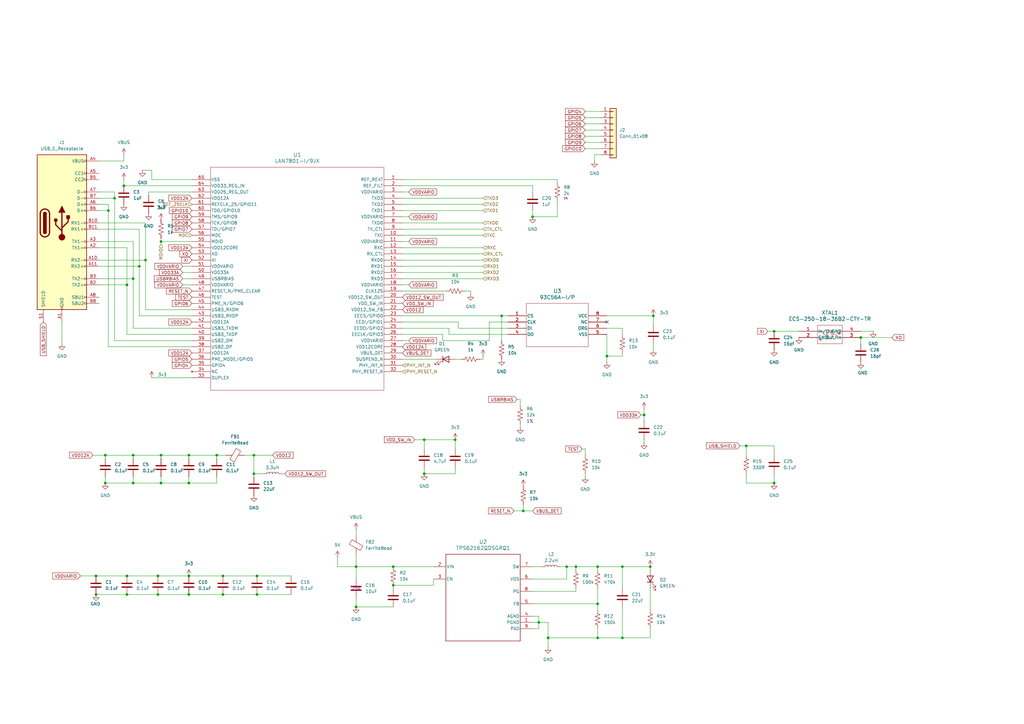
<source format=kicad_sch>
(kicad_sch (version 20231120) (generator "eeschema") (generator_version "8.0")
  (paper "A3")
  (junction (at 104.14 186.69))
  (junction (at 146.05 248.92))
  (junction (at 77.47 243.84))
  (junction (at 173.99 194.31))
  (junction (at 88.9 186.69))
  (junction (at 54.61 186.69))
  (junction (at 77.47 236.22))
  (junction (at 218.44 88.9))
  (junction (at 64.77 243.84))
  (junction (at 220.98 255.27))
  (junction (at 44.45 86.36))
  (junction (at 91.44 243.84))
  (junction (at 236.22 232.41))
  (junction (at 266.7 232.41))
  (junction (at 245.11 261.62))
  (junction (at 54.61 198.12))
  (junction (at 248.92 146.05))
  (junction (at 104.14 194.31))
  (junction (at 161.29 240.03))
  (junction (at 66.04 186.69))
  (junction (at 52.07 236.22))
  (junction (at 43.18 198.12))
  (junction (at 245.11 232.41))
  (junction (at 267.97 129.54))
  (junction (at 43.18 186.69))
  (junction (at 317.5 198.12))
  (junction (at 161.29 232.41))
  (junction (at 59.69 106.68))
  (junction (at 205.74 129.54))
  (junction (at 245.11 247.65))
  (junction (at 224.79 261.62))
  (junction (at 66.04 198.12))
  (junction (at 186.69 180.34))
  (junction (at 57.15 109.22))
  (junction (at 255.27 261.62))
  (junction (at 91.44 236.22))
  (junction (at 64.77 236.22))
  (junction (at 77.47 186.69))
  (junction (at 353.06 138.43))
  (junction (at 54.61 114.3))
  (junction (at 50.8 76.2))
  (junction (at 306.07 182.88))
  (junction (at 39.37 243.84))
  (junction (at 52.07 243.84))
  (junction (at 105.41 243.84))
  (junction (at 214.63 209.55))
  (junction (at 66.04 99.06))
  (junction (at 77.47 198.12))
  (junction (at 317.5 135.89))
  (junction (at 173.99 180.34))
  (junction (at 264.16 170.18))
  (junction (at 232.41 232.41))
  (junction (at 39.37 236.22))
  (junction (at 46.99 81.28))
  (junction (at 105.41 236.22))
  (junction (at 255.27 232.41))
  (junction (at 146.05 232.41))
  (junction (at 52.07 116.84))
  (no_connect (at 248.92 132.08))
  (wire (pts (xy 54.61 99.06) (xy 54.61 114.3)))
  (wire (pts (xy 186.69 194.31) (xy 173.99 194.31)))
  (wire (pts (xy 77.47 236.22) (xy 91.44 236.22)))
  (wire (pts (xy 240.03 53.34) (xy 246.38 53.34)))
  (wire (pts (xy 59.69 106.68) (xy 59.69 127)))
  (wire (pts (xy 66.04 195.58) (xy 66.04 198.12)))
  (wire (pts (xy 303.53 182.88) (xy 306.07 182.88)))
  (wire (pts (xy 78.74 127) (xy 59.69 127)))
  (wire (pts (xy 218.44 255.27) (xy 220.98 255.27)))
  (wire (pts (xy 40.64 81.28) (xy 46.99 81.28)))
  (wire (pts (xy 193.04 119.38) (xy 193.04 120.65)))
  (wire (pts (xy 92.71 186.69) (xy 88.9 186.69)))
  (wire (pts (xy 228.6 82.55) (xy 228.6 88.9)))
  (wire (pts (xy 77.47 195.58) (xy 77.47 198.12)))
  (wire (pts (xy 248.92 146.05) (xy 248.92 148.59)))
  (wire (pts (xy 107.95 194.31) (xy 104.14 194.31)))
  (wire (pts (xy 173.99 180.34) (xy 186.69 180.34)))
  (wire (pts (xy 105.41 236.22) (xy 119.38 236.22)))
  (wire (pts (xy 165.1 76.2) (xy 218.44 76.2)))
  (wire (pts (xy 104.14 186.69) (xy 111.76 186.69)))
  (wire (pts (xy 255.27 232.41) (xy 266.7 232.41)))
  (wire (pts (xy 165.1 119.38) (xy 182.88 119.38)))
  (wire (pts (xy 54.61 198.12) (xy 66.04 198.12)))
  (wire (pts (xy 78.74 137.16) (xy 52.07 137.16)))
  (wire (pts (xy 205.74 139.7) (xy 205.74 129.54)))
  (wire (pts (xy 62.23 154.94) (xy 78.74 154.94)))
  (wire (pts (xy 248.92 137.16) (xy 248.92 146.05)))
  (wire (pts (xy 240.03 194.31) (xy 240.03 195.58)))
  (wire (pts (xy 317.5 135.89) (xy 327.66 135.89)))
  (wire (pts (xy 52.07 116.84) (xy 52.07 137.16)))
  (wire (pts (xy 240.03 50.8) (xy 246.38 50.8)))
  (wire (pts (xy 44.45 142.24) (xy 78.74 142.24)))
  (wire (pts (xy 40.64 116.84) (xy 52.07 116.84)))
  (wire (pts (xy 186.69 184.15) (xy 186.69 180.34)))
  (wire (pts (xy 184.15 137.16) (xy 208.28 137.16)))
  (wire (pts (xy 240.03 55.88) (xy 246.38 55.88)))
  (wire (pts (xy 165.1 91.44) (xy 198.12 91.44)))
  (wire (pts (xy 246.38 63.5) (xy 243.84 63.5)))
  (wire (pts (xy 146.05 232.41) (xy 146.05 227.33)))
  (wire (pts (xy 255.27 232.41) (xy 255.27 241.3)))
  (wire (pts (xy 100.33 186.69) (xy 104.14 186.69)))
  (wire (pts (xy 218.44 232.41) (xy 222.25 232.41)))
  (wire (pts (xy 165.1 111.76) (xy 198.12 111.76)))
  (wire (pts (xy 236.22 232.41) (xy 236.22 233.68)))
  (wire (pts (xy 146.05 217.17) (xy 146.05 219.71)))
  (wire (pts (xy 220.98 252.73) (xy 220.98 255.27)))
  (wire (pts (xy 54.61 186.69) (xy 66.04 186.69)))
  (wire (pts (xy 165.1 81.28) (xy 198.12 81.28)))
  (wire (pts (xy 165.1 134.62) (xy 184.15 134.62)))
  (wire (pts (xy 173.99 180.34) (xy 173.99 184.15)))
  (wire (pts (xy 78.74 134.62) (xy 54.61 134.62)))
  (wire (pts (xy 43.18 198.12) (xy 54.61 198.12)))
  (wire (pts (xy 170.18 180.34) (xy 173.99 180.34)))
  (wire (pts (xy 54.61 114.3) (xy 54.61 134.62)))
  (wire (pts (xy 146.05 248.92) (xy 161.29 248.92)))
  (wire (pts (xy 138.43 228.6) (xy 138.43 232.41)))
  (wire (pts (xy 60.96 78.74) (xy 60.96 80.01)))
  (wire (pts (xy 58.42 69.85) (xy 62.23 69.85)))
  (wire (pts (xy 165.1 96.52) (xy 198.12 96.52)))
  (wire (pts (xy 104.14 186.69) (xy 104.14 194.31)))
  (wire (pts (xy 245.11 247.65) (xy 245.11 250.19)))
  (wire (pts (xy 165.1 114.3) (xy 198.12 114.3)))
  (wire (pts (xy 50.8 73.66) (xy 50.8 76.2)))
  (wire (pts (xy 165.1 93.98) (xy 198.12 93.98)))
  (wire (pts (xy 187.96 134.62) (xy 208.28 134.62)))
  (wire (pts (xy 236.22 242.57) (xy 236.22 241.3)))
  (wire (pts (xy 218.44 252.73) (xy 220.98 252.73)))
  (wire (pts (xy 165.1 101.6) (xy 198.12 101.6)))
  (wire (pts (xy 165.1 139.7) (xy 167.64 139.7)))
  (wire (pts (xy 74.93 114.3) (xy 78.74 114.3)))
  (wire (pts (xy 77.47 243.84) (xy 91.44 243.84)))
  (wire (pts (xy 165.1 137.16) (xy 181.61 137.16)))
  (wire (pts (xy 200.66 139.7) (xy 200.66 132.08)))
  (wire (pts (xy 317.5 198.12) (xy 317.5 194.31)))
  (wire (pts (xy 44.45 86.36) (xy 44.45 142.24)))
  (wire (pts (xy 44.45 83.82) (xy 44.45 86.36)))
  (wire (pts (xy 245.11 232.41) (xy 255.27 232.41)))
  (wire (pts (xy 267.97 140.97) (xy 267.97 143.51)))
  (wire (pts (xy 255.27 261.62) (xy 245.11 261.62)))
  (wire (pts (xy 52.07 236.22) (xy 64.77 236.22)))
  (wire (pts (xy 46.99 78.74) (xy 46.99 81.28)))
  (wire (pts (xy 165.1 129.54) (xy 205.74 129.54)))
  (wire (pts (xy 220.98 255.27) (xy 220.98 257.81)))
  (wire (pts (xy 161.29 240.03) (xy 161.29 241.3)))
  (wire (pts (xy 353.06 138.43) (xy 353.06 140.97)))
  (wire (pts (xy 146.05 232.41) (xy 161.29 232.41)))
  (wire (pts (xy 46.99 81.28) (xy 46.99 139.7)))
  (wire (pts (xy 306.07 198.12) (xy 317.5 198.12)))
  (wire (pts (xy 186.69 191.77) (xy 186.69 194.31)))
  (wire (pts (xy 262.89 170.18) (xy 264.16 170.18)))
  (wire (pts (xy 218.44 88.9) (xy 218.44 86.36)))
  (wire (pts (xy 228.6 88.9) (xy 218.44 88.9)))
  (wire (pts (xy 165.1 86.36) (xy 198.12 86.36)))
  (wire (pts (xy 165.1 73.66) (xy 228.6 73.66)))
  (wire (pts (xy 187.96 132.08) (xy 187.96 134.62)))
  (wire (pts (xy 317.5 182.88) (xy 306.07 182.88)))
  (wire (pts (xy 165.1 83.82) (xy 198.12 83.82)))
  (wire (pts (xy 240.03 45.72) (xy 246.38 45.72)))
  (wire (pts (xy 243.84 63.5) (xy 243.84 66.04)))
  (wire (pts (xy 115.57 194.31) (xy 116.84 194.31)))
  (wire (pts (xy 40.64 86.36) (xy 44.45 86.36)))
  (wire (pts (xy 177.8 237.49) (xy 177.8 240.03)))
  (wire (pts (xy 212.09 163.83) (xy 213.36 163.83)))
  (wire (pts (xy 190.5 119.38) (xy 193.04 119.38)))
  (wire (pts (xy 317.5 186.69) (xy 317.5 182.88)))
  (wire (pts (xy 184.15 134.62) (xy 184.15 137.16)))
  (wire (pts (xy 165.1 104.14) (xy 198.12 104.14)))
  (wire (pts (xy 25.4 132.08) (xy 25.4 140.97)))
  (wire (pts (xy 165.1 88.9) (xy 167.64 88.9)))
  (wire (pts (xy 214.63 209.55) (xy 218.44 209.55)))
  (wire (pts (xy 88.9 186.69) (xy 88.9 187.96)))
  (wire (pts (xy 165.1 99.06) (xy 167.64 99.06)))
  (wire (pts (xy 306.07 194.31) (xy 306.07 198.12)))
  (wire (pts (xy 267.97 129.54) (xy 267.97 133.35)))
  (wire (pts (xy 248.92 146.05) (xy 255.27 146.05)))
  (wire (pts (xy 88.9 195.58) (xy 88.9 198.12)))
  (wire (pts (xy 353.06 138.43) (xy 365.76 138.43)))
  (wire (pts (xy 40.64 91.44) (xy 59.69 91.44)))
  (wire (pts (xy 266.7 257.81) (xy 266.7 261.62)))
  (wire (pts (xy 213.36 163.83) (xy 213.36 166.37)))
  (wire (pts (xy 218.44 257.81) (xy 220.98 257.81)))
  (wire (pts (xy 54.61 195.58) (xy 54.61 198.12)))
  (wire (pts (xy 186.69 147.32) (xy 189.23 147.32)))
  (wire (pts (xy 266.7 261.62) (xy 255.27 261.62)))
  (wire (pts (xy 240.03 60.96) (xy 246.38 60.96)))
  (wire (pts (xy 39.37 243.84) (xy 52.07 243.84)))
  (wire (pts (xy 314.96 135.89) (xy 317.5 135.89)))
  (wire (pts (xy 78.74 78.74) (xy 60.96 78.74)))
  (wire (pts (xy 104.14 194.31) (xy 104.14 195.58)))
  (wire (pts (xy 57.15 109.22) (xy 57.15 129.54)))
  (wire (pts (xy 245.11 261.62) (xy 224.79 261.62)))
  (wire (pts (xy 66.04 99.06) (xy 66.04 97.79)))
  (wire (pts (xy 66.04 186.69) (xy 77.47 186.69)))
  (wire (pts (xy 240.03 184.15) (xy 240.03 186.69)))
  (wire (pts (xy 40.64 114.3) (xy 54.61 114.3)))
  (wire (pts (xy 78.74 99.06) (xy 66.04 99.06)))
  (wire (pts (xy 33.02 236.22) (xy 39.37 236.22)))
  (wire (pts (xy 264.16 170.18) (xy 264.16 172.72)))
  (wire (pts (xy 232.41 237.49) (xy 232.41 232.41)))
  (wire (pts (xy 50.8 66.04) (xy 50.8 63.5)))
  (wire (pts (xy 74.93 116.84) (xy 78.74 116.84)))
  (wire (pts (xy 238.76 184.15) (xy 240.03 184.15)))
  (wire (pts (xy 248.92 134.62) (xy 255.27 134.62)))
  (wire (pts (xy 224.79 261.62) (xy 224.79 255.27)))
  (wire (pts (xy 74.93 111.76) (xy 78.74 111.76)))
  (wire (pts (xy 173.99 191.77) (xy 173.99 194.31)))
  (wire (pts (xy 74.93 109.22) (xy 78.74 109.22)))
  (wire (pts (xy 214.63 209.55) (xy 214.63 207.01)))
  (wire (pts (xy 40.64 101.6) (xy 52.07 101.6)))
  (wire (pts (xy 205.74 129.54) (xy 208.28 129.54)))
  (wire (pts (xy 138.43 232.41) (xy 146.05 232.41)))
  (wire (pts (xy 196.85 147.32) (xy 198.12 147.32)))
  (wire (pts (xy 66.04 186.69) (xy 66.04 187.96)))
  (wire (pts (xy 240.03 58.42) (xy 246.38 58.42)))
  (wire (pts (xy 177.8 240.03) (xy 161.29 240.03)))
  (wire (pts (xy 228.6 73.66) (xy 228.6 74.93)))
  (wire (pts (xy 77.47 186.69) (xy 88.9 186.69)))
  (wire (pts (xy 229.87 232.41) (xy 232.41 232.41)))
  (wire (pts (xy 240.03 48.26) (xy 246.38 48.26)))
  (wire (pts (xy 146.05 245.11) (xy 146.05 248.92)))
  (wire (pts (xy 236.22 232.41) (xy 245.11 232.41)))
  (wire (pts (xy 54.61 99.06) (xy 40.64 99.06)))
  (wire (pts (xy 224.79 265.43) (xy 224.79 261.62)))
  (wire (pts (xy 224.79 255.27) (xy 220.98 255.27)))
  (wire (pts (xy 165.1 78.74) (xy 167.64 78.74)))
  (wire (pts (xy 218.44 237.49) (xy 232.41 237.49)))
  (wire (pts (xy 91.44 236.22) (xy 105.41 236.22)))
  (wire (pts (xy 38.1 186.69) (xy 43.18 186.69)))
  (wire (pts (xy 40.64 106.68) (xy 59.69 106.68)))
  (wire (pts (xy 245.11 257.81) (xy 245.11 261.62)))
  (wire (pts (xy 200.66 132.08) (xy 208.28 132.08)))
  (wire (pts (xy 78.74 129.54) (xy 57.15 129.54)))
  (wire (pts (xy 50.8 76.2) (xy 78.74 76.2)))
  (wire (pts (xy 146.05 232.41) (xy 146.05 237.49)))
  (wire (pts (xy 353.06 135.89) (xy 358.14 135.89)))
  (wire (pts (xy 39.37 236.22) (xy 52.07 236.22)))
  (wire (pts (xy 264.16 167.64) (xy 264.16 170.18)))
  (wire (pts (xy 210.82 209.55) (xy 214.63 209.55)))
  (wire (pts (xy 52.07 243.84) (xy 64.77 243.84)))
  (wire (pts (xy 59.69 91.44) (xy 59.69 106.68)))
  (wire (pts (xy 91.44 243.84) (xy 105.41 243.84)))
  (wire (pts (xy 165.1 147.32) (xy 179.07 147.32)))
  (wire (pts (xy 64.77 243.84) (xy 77.47 243.84)))
  (wire (pts (xy 77.47 186.69) (xy 77.47 187.96)))
  (wire (pts (xy 218.44 242.57) (xy 236.22 242.57)))
  (wire (pts (xy 40.64 83.82) (xy 44.45 83.82)))
  (wire (pts (xy 181.61 137.16) (xy 181.61 139.7)))
  (wire (pts (xy 245.11 241.3) (xy 245.11 247.65)))
  (wire (pts (xy 52.07 101.6) (xy 52.07 116.84)))
  (wire (pts (xy 54.61 186.69) (xy 54.61 187.96)))
  (wire (pts (xy 64.77 236.22) (xy 77.47 236.22)))
  (wire (pts (xy 165.1 132.08) (xy 187.96 132.08)))
  (wire (pts (xy 255.27 248.92) (xy 255.27 261.62)))
  (wire (pts (xy 77.47 198.12) (xy 88.9 198.12)))
  (wire (pts (xy 40.64 93.98) (xy 57.15 93.98)))
  (wire (pts (xy 43.18 195.58) (xy 43.18 198.12)))
  (wire (pts (xy 232.41 232.41) (xy 236.22 232.41)))
  (wire (pts (xy 165.1 116.84) (xy 167.64 116.84)))
  (wire (pts (xy 266.7 241.3) (xy 266.7 250.19)))
  (wire (pts (xy 245.11 232.41) (xy 245.11 233.68)))
  (wire (pts (xy 165.1 106.68) (xy 198.12 106.68)))
  (wire (pts (xy 161.29 232.41) (xy 177.8 232.41)))
  (wire (pts (xy 218.44 76.2) (xy 218.44 78.74)))
  (wire (pts (xy 165.1 109.22) (xy 198.12 109.22)))
  (wire (pts (xy 306.07 182.88) (xy 306.07 186.69)))
  (wire (pts (xy 264.16 180.34) (xy 264.16 181.61)))
  (wire (pts (xy 46.99 139.7) (xy 78.74 139.7)))
  (wire (pts (xy 248.92 129.54) (xy 267.97 129.54)))
  (wire (pts (xy 266.7 232.41) (xy 266.7 233.68)))
  (wire (pts (xy 105.41 243.84) (xy 119.38 243.84)))
  (wire (pts (xy 57.15 93.98) (xy 57.15 109.22)))
  (wire (pts (xy 62.23 73.66) (xy 78.74 73.66)))
  (wire (pts (xy 43.18 186.69) (xy 54.61 186.69)))
  (wire (pts (xy 181.61 139.7) (xy 200.66 139.7)))
  (wire (pts (xy 43.18 186.69) (xy 43.18 187.96)))
  (wire (pts (xy 40.64 78.74) (xy 46.99 78.74)))
  (wire (pts (xy 66.04 198.12) (xy 77.47 198.12)))
  (wire (pts (xy 62.23 69.85) (xy 62.23 73.66)))
  (wire (pts (xy 40.64 66.04) (xy 50.8 66.04)))
  (wire (pts (xy 218.44 247.65) (xy 245.11 247.65)))
  (wire (pts (xy 198.12 147.32) (xy 198.12 146.05)))
  (wire (pts (xy 213.36 173.99) (xy 213.36 175.26)))
  (wire (pts (xy 66.04 99.06) (xy 66.04 100.33)))
  (wire (pts (xy 255.27 144.78) (xy 255.27 146.05)))
  (wire (pts (xy 40.64 109.22) (xy 57.15 109.22)))
  (wire (pts (xy 255.27 134.62) (xy 255.27 137.16)))
  (global_label "VBUS_DET" (shape input) (at 218.44 209.55 0) (property "Intersheetrefs" "${INTERSHEET_REFS}" (effects (hide yes))))
  (global_label "VDDVARIO" (shape input) (at 33.02 236.22 180) (property "Intersheetrefs" "${INTERSHEET_REFS}" (effects (hide yes))))
  (global_label "XI" (shape input) (at 314.96 135.89 180) (property "Intersheetrefs" "${INTERSHEET_REFS}" (effects (hide yes))))
  (global_label "VDD12A" (shape input) (at 78.74 81.28 180) (property "Intersheetrefs" "${INTERSHEET_REFS}" (effects (hide yes))))
  (global_label "VDD12A" (shape input) (at 165.1 142.24 0) (property "Intersheetrefs" "${INTERSHEET_REFS}" (effects (hide yes))))
  (global_label "GPIO10" (shape input) (at 78.74 86.36 180) (property "Intersheetrefs" "${INTERSHEET_REFS}" (effects (hide yes))))
  (global_label "TEST" (shape input) (at 78.74 121.92 180) (property "Intersheetrefs" "${INTERSHEET_REFS}" (effects (hide yes))))
  (global_label "USB_SHIELD" (shape input) (at 17.78 132.08 270) (property "Intersheetrefs" "${INTERSHEET_REFS}" (effects (hide yes))))
  (global_label "XI" (shape input) (at 78.74 106.68 180) (property "Intersheetrefs" "${INTERSHEET_REFS}" (effects (hide yes))))
  (global_label "GPIO8" (shape input) (at 78.74 91.44 180) (property "Intersheetrefs" "${INTERSHEET_REFS}" (effects (hide yes))))
  (global_label "VDD33A" (shape input) (at 74.93 111.76 180) (property "Intersheetrefs" "${INTERSHEET_REFS}" (effects (hide yes))))
  (global_label "VDDVARIO" (shape input) (at 74.93 116.84 180) (property "Intersheetrefs" "${INTERSHEET_REFS}" (effects (hide yes))))
  (global_label "VDDVARIO" (shape input) (at 167.64 139.7 0) (property "Intersheetrefs" "${INTERSHEET_REFS}" (effects (hide yes))))
  (global_label "GPIO5" (shape input) (at 240.03 48.26 180) (property "Intersheetrefs" "${INTERSHEET_REFS}" (effects (hide yes))))
  (global_label "RESET_N" (shape input) (at 210.82 209.55 180) (property "Intersheetrefs" "${INTERSHEET_REFS}" (effects (hide yes))))
  (global_label "VDDVARIO" (shape input) (at 167.64 116.84 0) (property "Intersheetrefs" "${INTERSHEET_REFS}" (effects (hide yes))))
  (global_label "VDD12" (shape input) (at 111.76 186.69 0) (property "Intersheetrefs" "${INTERSHEET_REFS}" (effects (hide yes))))
  (global_label "USB_SHIELD" (shape input) (at 303.53 182.88 180) (property "Intersheetrefs" "${INTERSHEET_REFS}" (effects (hide yes))))
  (global_label "VDD12" (shape input) (at 165.1 127 0) (property "Intersheetrefs" "${INTERSHEET_REFS}" (effects (hide yes))))
  (global_label "GPIO4" (shape input) (at 240.03 45.72 180) (property "Intersheetrefs" "${INTERSHEET_REFS}" (effects (hide yes))))
  (global_label "VDD_SW_IN" (shape input) (at 170.18 180.34 180) (property "Intersheetrefs" "${INTERSHEET_REFS}" (effects (hide yes))))
  (global_label "XO" (shape input) (at 365.76 138.43 0) (property "Intersheetrefs" "${INTERSHEET_REFS}" (effects (hide yes))))
  (global_label "VDD12_SW_OUT" (shape input) (at 165.1 121.92 0) (property "Intersheetrefs" "${INTERSHEET_REFS}" (effects (hide yes))))
  (global_label "GPIO10" (shape input) (at 240.03 60.96 180) (property "Intersheetrefs" "${INTERSHEET_REFS}" (effects (hide yes))))
  (global_label "GPIO6" (shape input) (at 78.74 124.46 180) (property "Intersheetrefs" "${INTERSHEET_REFS}" (effects (hide yes))))
  (global_label "GPIO7" (shape input) (at 78.74 93.98 180) (property "Intersheetrefs" "${INTERSHEET_REFS}" (effects (hide yes))))
  (global_label "GPIO6" (shape input) (at 240.03 50.8 180) (property "Intersheetrefs" "${INTERSHEET_REFS}" (effects (hide yes))))
  (global_label "VDD12A" (shape input) (at 78.74 101.6 180) (property "Intersheetrefs" "${INTERSHEET_REFS}" (effects (hide yes))))
  (global_label "TEST" (shape input) (at 238.76 184.15 180) (property "Intersheetrefs" "${INTERSHEET_REFS}" (effects (hide yes))))
  (global_label "VDD33A" (shape input) (at 262.89 170.18 180) (property "Intersheetrefs" "${INTERSHEET_REFS}" (effects (hide yes))))
  (global_label "GPIO9" (shape input) (at 78.74 88.9 180) (property "Intersheetrefs" "${INTERSHEET_REFS}" (effects (hide yes))))
  (global_label "VDD12A" (shape input) (at 78.74 132.08 180) (property "Intersheetrefs" "${INTERSHEET_REFS}" (effects (hide yes))))
  (global_label "VDDVARIO" (shape input) (at 74.93 109.22 180) (property "Intersheetrefs" "${INTERSHEET_REFS}" (effects (hide yes))))
  (global_label "VDD_SW_IN" (shape input) (at 165.1 124.46 0) (property "Intersheetrefs" "${INTERSHEET_REFS}" (effects (hide yes))))
  (global_label "USBRBIAS" (shape input) (at 74.93 114.3 180) (property "Intersheetrefs" "${INTERSHEET_REFS}" (effects (hide yes))))
  (global_label "GPIO7" (shape input) (at 240.03 53.34 180) (property "Intersheetrefs" "${INTERSHEET_REFS}" (effects (hide yes))))
  (global_label "GPIO8" (shape input) (at 240.03 55.88 180) (property "Intersheetrefs" "${INTERSHEET_REFS}" (effects (hide yes))))
  (global_label "GPIO5" (shape input) (at 78.74 147.32 180) (property "Intersheetrefs" "${INTERSHEET_REFS}" (effects (hide yes))))
  (global_label "VDDVARIO" (shape input) (at 167.64 99.06 0) (property "Intersheetrefs" "${INTERSHEET_REFS}" (effects (hide yes))))
  (global_label "VBUS_DET" (shape input) (at 165.1 144.78 0) (property "Intersheetrefs" "${INTERSHEET_REFS}" (effects (hide yes))))
  (global_label "VDD12_SW_OUT" (shape input) (at 116.84 194.31 0) (property "Intersheetrefs" "${INTERSHEET_REFS}" (effects (hide yes))))
  (global_label "VDD12A" (shape input) (at 38.1 186.69 180) (property "Intersheetrefs" "${INTERSHEET_REFS}" (effects (hide yes))))
  (global_label "VDDVARIO" (shape input) (at 167.64 78.74 0) (property "Intersheetrefs" "${INTERSHEET_REFS}" (effects (hide yes))))
  (global_label "RESET_N" (shape input) (at 78.74 119.38 180) (property "Intersheetrefs" "${INTERSHEET_REFS}" (effects (hide yes))))
  (global_label "GPIO9" (shape input) (at 240.03 58.42 180) (property "Intersheetrefs" "${INTERSHEET_REFS}" (effects (hide yes))))
  (global_label "VDDVARIO" (shape input) (at 167.64 88.9 0) (property "Intersheetrefs" "${INTERSHEET_REFS}" (effects (hide yes))))
  (global_label "VDD12A" (shape input) (at 78.74 144.78 180) (property "Intersheetrefs" "${INTERSHEET_REFS}" (effects (hide yes))))
  (global_label "USBRBIAS" (shape input) (at 212.09 163.83 180) (property "Intersheetrefs" "${INTERSHEET_REFS}" (effects (hide yes))))
  (global_label "XO" (shape input) (at 78.74 104.14 180) (property "Intersheetrefs" "${INTERSHEET_REFS}" (effects (hide yes))))
  (global_label "GPIO4" (shape input) (at 78.74 149.86 180) (property "Intersheetrefs" "${INTERSHEET_REFS}" (effects (hide yes))))
  (hierarchical_label "TX_CTL" (shape input) (at 198.12 93.98 0))
  (hierarchical_label "RXD1" (shape input) (at 198.12 109.22 0))
  (hierarchical_label "MDC" (shape input) (at 78.74 96.52 180))
  (hierarchical_label "TXD3" (shape input) (at 198.12 81.28 0))
  (hierarchical_label "TXD1" (shape input) (at 198.12 86.36 0))
  (hierarchical_label "TXD0" (shape input) (at 198.12 91.44 0))
  (hierarchical_label "TXC" (shape input) (at 198.12 96.52 0))
  (hierarchical_label "PHY_INT_N" (shape input) (at 165.1 149.86 0))
  (hierarchical_label "RXD0" (shape input) (at 198.12 106.68 0))
  (hierarchical_label "RXD3" (shape input) (at 198.12 114.3 0))
  (hierarchical_label "PHY_RESET_N" (shape input) (at 165.1 152.4 0))
  (hierarchical_label "RXD2" (shape input) (at 198.12 111.76 0))
  (hierarchical_label "MDIO" (shape input) (at 66.04 100.33 270))
  (hierarchical_label "REF_25CLK" (shape input) (at 78.74 83.82 180))
  (hierarchical_label "RX_CTL" (shape input) (at 198.12 104.14 0))
  (hierarchical_label "TXD2" (shape input) (at 198.12 83.82 0))
  (hierarchical_label "RXC" (shape input) (at 198.12 101.6 0))
  (symbol (lib_id "power:GND") (at 25.4 140.97 0) (unit 1)
    (property "Reference" "#PWR01" (effects (hide yes)))
    (property "Value" "GND" (at 25.4 146.05 0))
    (property "Description" "Power symbol creates a global label with name \"GND\" , ground" (effects (hide yes)))
  )
  (symbol (lib_id "Connector_Generic:Conn_01x08") (at 251.46 53.34 0) (unit 1)
    (property "Reference" "J2" (at 254 53.3399 0) (effects (justify left)))
    (property "Value" "Conn_01x08" (at 254 55.8799 0) (effects (justify left)))
    (property "Footprint" "Connector_PinHeader_2.00mm:PinHeader_1x08_P2.00mm_Horizontal" (effects (hide yes)))
    (property "Description" "Generic connector, single row, 01x08, script generated (kicad-library-utils/schlib/autogen/connector/)" (effects (hide yes)))
  )
  (symbol (lib_id "Device:C") (at 52.07 240.03 0) (unit 1)
    (property "Reference" "C4" (at 55.88 238.7599 0) (effects (justify left)))
    (property "Value" "0.1uF" (at 55.88 241.2999 0) (effects (justify left)))
    (property "Footprint" "Capacitor_SMD:C_0201_0603Metric" (effects (hide yes)))
    (property "Description" "Unpolarized capacitor" (effects (hide yes)))
  )
  (symbol (lib_id "Device:L") (at 111.76 194.31 90) (unit 1)
    (property "Reference" "L1" (at 111.76 189.23 90))
    (property "Value" "3.3uH" (at 111.76 191.77 90))
    (property "Footprint" "Inductor_SMD_Wurth:L_Wurth_WE-LQSH-3012" (effects (hide yes)))
    (property "Description" "Inductor" (effects (hide yes)))
  )
  (symbol (lib_id "Device:R_US") (at 205.74 143.51 180) (unit 1)
    (property "Reference" "R5" (at 208.28 142.2399 0) (effects (justify right)))
    (property "Value" "10k" (at 208.28 144.7799 0) (effects (justify right)))
    (property "Footprint" "Resistor_SMD:R_0805_2012Metric" (effects (hide yes)))
    (property "Description" "Resistor, US symbol" (effects (hide yes)))
  )
  (symbol (lib_id "Device:C") (at 60.96 83.82 0) (unit 1)
    (property "Reference" "C6" (at 64.77 82.5499 0) (effects (justify left)))
    (property "Value" "1uF" (at 64.77 85.0899 0) (effects (justify left)))
    (property "Footprint" "Capacitor_SMD:C_0201_0603Metric" (effects (hide yes)))
    (property "Description" "Unpolarized capacitor" (effects (hide yes)))
  )
  (symbol (lib_id "power:VPP") (at 264.16 167.64 0) (unit 1)
    (property "Reference" "#PWR028" (effects (hide yes)))
    (property "Value" "3v3" (at 264.16 162.56 0))
    (property "Description" "Power symbol creates a global label with name \"VPP\"" (effects (hide yes)))
  )
  (symbol (lib_id "Device:C") (at 64.77 240.03 0) (unit 1)
    (property "Reference" "C7" (at 68.58 238.7599 0) (effects (justify left)))
    (property "Value" "0.1uF" (at 68.58 241.2999 0) (effects (justify left)))
    (property "Footprint" "Capacitor_SMD:C_0201_0603Metric" (effects (hide yes)))
    (property "Description" "Unpolarized capacitor" (effects (hide yes)))
  )
  (symbol (lib_id "Device:LED") (at 182.88 147.32 0) (unit 1)
    (property "Reference" "D1" (at 181.2925 140.97 0))
    (property "Value" "GREEN" (at 181.2925 143.51 0))
    (property "Footprint" "LED_SMD:LED_0603_1608Metric" (effects (hide yes)))
    (property "Description" "Light emitting diode" (effects (hide yes)))
  )
  (symbol (lib_id "Capstone_Synbols:ECS-250-18-36B2-CTY-TR") (at 327.66 135.89 0) (unit 1)
    (property "Reference" "XTAL1" (at 340.36 128.27 0) (effects (font (size 1.524 1.524))))
    (property "Value" "ECS-250-18-36B2-CTY-TR" (at 340.36 130.81 0) (effects (font (size 1.524 1.524))))
    (property "Footprint" "Capstone_Footprints:ECX-2236B2_ECS" (effects (hide yes)))
    (property "Datasheet" "ECS-250-18-36B2-CTY-TR" (effects (hide yes)))
  )
  (symbol (lib_id "Device:R_US") (at 240.03 190.5 180) (unit 1)
    (property "Reference" "R10" (at 242.57 189.2299 0) (effects (justify right)))
    (property "Value" "10k" (at 242.57 191.7699 0) (effects (justify right)))
    (property "Footprint" "Resistor_SMD:R_0805_2012Metric" (effects (hide yes)))
    (property "Description" "Resistor, US symbol" (effects (hide yes)))
  )
  (symbol (lib_id "Device:C") (at 54.61 191.77 0) (unit 1)
    (property "Reference" "C5" (at 58.42 190.4999 0) (effects (justify left)))
    (property "Value" "0.1uF" (at 58.42 193.0399 0) (effects (justify left)))
    (property "Footprint" "Capacitor_SMD:C_0201_0603Metric" (effects (hide yes)))
    (property "Description" "Unpolarized capacitor" (effects (hide yes)))
  )
  (symbol (lib_id "Device:C") (at 104.14 199.39 0) (unit 1)
    (property "Reference" "C13" (at 107.95 198.1199 0) (effects (justify left)))
    (property "Value" "22uF" (at 107.95 200.6599 0) (effects (justify left)))
    (property "Footprint" "Capacitor_SMD:C_0201_0603Metric" (effects (hide yes)))
    (property "Description" "Unpolarized capacitor" (effects (hide yes)))
  )
  (symbol (lib_id "power:VPP") (at 138.43 228.6 0) (unit 1)
    (property "Reference" "#PWR013" (effects (hide yes)))
    (property "Value" "5V" (at 138.43 223.52 0))
    (property "Description" "Power symbol creates a global label with name \"VPP\"" (effects (hide yes)))
  )
  (symbol (lib_id "power:GND") (at 317.5 143.51 0) (unit 1)
    (property "Reference" "#PWR033" (effects (hide yes)))
    (property "Value" "GND" (at 317.5 148.59 0))
    (property "Description" "Power symbol creates a global label with name \"GND\" , ground" (effects (hide yes)))
  )
  (symbol (lib_id "power:GND") (at 50.8 83.82 0) (unit 1)
    (property "Reference" "#PWR06" (effects (hide yes)))
    (property "Value" "GND" (at 50.8 88.9 0))
    (property "Description" "Power symbol creates a global label with name \"GND\" , ground" (effects (hide yes)))
  )
  (symbol (lib_id "power:GND") (at 327.66 138.43 0) (unit 1)
    (property "Reference" "#PWR035" (effects (hide yes)))
    (property "Value" "GND" (at 327.66 143.51 0))
    (property "Description" "Power symbol creates a global label with name \"GND\" , ground" (effects (hide yes)))
  )
  (symbol (lib_id "Device:R_US") (at 214.63 203.2 180) (unit 1)
    (property "Reference" "R7" (at 217.17 201.9299 0) (effects (justify right)))
    (property "Value" "10k" (at 217.17 204.4699 0) (effects (justify right)))
    (property "Footprint" "Resistor_SMD:R_0805_2012Metric" (effects (hide yes)))
    (property "Description" "Resistor, US symbol" (effects (hide yes)))
  )
  (symbol (lib_id "Capstone_Synbols:TPS62162QDSGRQ1") (at 198.12 245.11 0) (unit 1)
    (property "Reference" "U2" (at 198.12 222.25 0) (effects (font (size 1.524 1.524))))
    (property "Value" "TPS62162QDSGRQ1" (at 198.12 224.79 0) (effects (font (size 1.524 1.524))))
    (property "Footprint" "Capstone_Footprints:DSG0008A" (effects (hide yes)))
    (property "Datasheet" "TPS62162QDSGRQ1" (effects (hide yes)))
  )
  (symbol (lib_id "power:VPP") (at 62.23 154.94 0) (unit 1)
    (property "Reference" "#PWR09" (effects (hide yes)))
    (property "Value" "3v3" (at 64.77 153.6699 0) (effects (justify left)))
    (property "Description" "Power symbol creates a global label with name \"VPP\"" (effects (hide yes)))
  )
  (symbol (lib_id "power:GND") (at 60.96 87.63 0) (unit 1)
    (property "Reference" "#PWR08" (effects (hide yes)))
    (property "Value" "GND" (at 60.96 92.71 0))
    (property "Description" "Power symbol creates a global label with name \"GND\" , ground" (effects (hide yes)))
  )
  (symbol (lib_id "Device:C") (at 88.9 191.77 0) (unit 1)
    (property "Reference" "C11" (at 92.71 190.4999 0) (effects (justify left)))
    (property "Value" "0.1uF" (at 92.71 193.0399 0) (effects (justify left)))
    (property "Footprint" "Capacitor_SMD:C_0201_0603Metric" (effects (hide yes)))
    (property "Description" "Unpolarized capacitor" (effects (hide yes)))
  )
  (symbol (lib_id "power:GND") (at 267.97 143.51 0) (unit 1)
    (property "Reference" "#PWR032" (effects (hide yes)))
    (property "Value" "GND" (at 267.97 148.59 0))
    (property "Description" "Power symbol creates a global label with name \"GND\" , ground" (effects (hide yes)))
  )
  (symbol (lib_id "Device:R_US") (at 213.36 170.18 180) (unit 1)
    (property "Reference" "R6" (at 215.9 167.6399 0) (effects (justify right)))
    (property "Value" "12k" (at 215.9 170.1799 0) (effects (justify right)))
    (property "Footprint" "Resistor_SMD:R_0402_1005Metric" (effects (hide yes)))
    (property "Description" "Resistor, US symbol" (effects (hide yes)))
    (property "tolerance" "1%" (at 215.9 172.7199 0) (effects (justify right)))
  )
  (symbol (lib_id "Connector:USB_C_Receptacle") (at 25.4 91.44 0) (unit 1)
    (property "Reference" "J1" (at 25.4 58.42 0))
    (property "Value" "USB_C_Receptacle" (at 25.4 60.96 0))
    (property "Footprint" "Connector_USB:USB3_A_Plug_Wuerth_692112030100_Horizontal" (effects (hide yes)))
    (property "Datasheet" "https://www.usb.org/sites/default/files/documents/usb_type-c.zip" (effects (hide yes)))
    (property "Description" "USB Full-Featured Type-C Receptacle connector" (effects (hide yes)))
  )
  (symbol (lib_id "power:VPP") (at 66.04 90.17 0) (unit 1)
    (property "Reference" "#PWR010" (effects (hide yes)))
    (property "Value" "3v3" (at 66.04 85.09 0))
    (property "Description" "Power symbol creates a global label with name \"VPP\"" (effects (hide yes)))
  )
  (symbol (lib_id "power:GND") (at 264.16 181.61 0) (unit 1)
    (property "Reference" "#PWR029" (effects (hide yes)))
    (property "Value" "GND" (at 264.16 186.69 0))
    (property "Description" "Power symbol creates a global label with name \"GND\" , ground" (effects (hide yes)))
  )
  (symbol (lib_id "power:VPP") (at 267.97 129.54 0) (unit 1)
    (property "Reference" "#PWR031" (effects (hide yes)))
    (property "Value" "3v3" (at 270.51 128.2699 0) (effects (justify left)))
    (property "Description" "Power symbol creates a global label with name \"VPP\"" (effects (hide yes)))
  )
  (symbol (lib_id "Device:R_US") (at 306.07 190.5 180) (unit 1)
    (property "Reference" "R15" (at 308.61 189.2299 0) (effects (justify right)))
    (property "Value" "330R" (at 308.61 191.7699 0) (effects (justify right)))
    (property "Footprint" "Resistor_SMD:R_0805_2012Metric" (effects (hide yes)))
    (property "Description" "Resistor, US symbol" (effects (hide yes)))
  )
  (symbol (lib_id "Device:C") (at 255.27 245.11 0) (unit 1)
    (property "Reference" "C21" (at 259.08 243.8399 0) (effects (justify left)))
    (property "Value" "22uF" (at 259.08 246.3799 0) (effects (justify left)))
    (property "Footprint" "Capacitor_SMD:C_0201_0603Metric" (effects (hide yes)))
    (property "Description" "Unpolarized capacitor" (effects (hide yes)))
  )
  (symbol (lib_id "Device:C") (at 105.41 240.03 0) (unit 1)
    (property "Reference" "C14" (at 109.22 238.7599 0) (effects (justify left)))
    (property "Value" "0.1uF" (at 109.22 241.2999 0) (effects (justify left)))
    (property "Footprint" "Capacitor_SMD:C_0201_0603Metric" (effects (hide yes)))
    (property "Description" "Unpolarized capacitor" (effects (hide yes)))
  )
  (symbol (lib_id "power:GND") (at 243.84 66.04 0) (unit 1)
    (property "Reference" "#PWR026" (effects (hide yes)))
    (property "Value" "GND" (at 243.84 71.12 0))
    (property "Description" "Power symbol creates a global label with name \"GND\" , ground" (effects (hide yes)))
  )
  (symbol (lib_id "Device:C") (at 77.47 240.03 0) (unit 1)
    (property "Reference" "C10" (at 81.28 238.7599 0) (effects (justify left)))
    (property "Value" "0.1uF" (at 81.28 241.2999 0) (effects (justify left)))
    (property "Footprint" "Capacitor_SMD:C_0201_0603Metric" (effects (hide yes)))
    (property "Description" "Unpolarized capacitor" (effects (hide yes)))
  )
  (symbol (lib_id "Device:FerriteBead") (at 146.05 223.52 180) (unit 1)
    (property "Reference" "FB2" (at 149.86 222.3007 0) (effects (justify right)))
    (property "Value" "FerriteBead" (at 149.86 224.8407 0) (effects (justify right)))
    (property "Footprint" "Capstone_Footprints:BEADC1608X95N" (effects (hide yes)))
    (property "Description" "Ferrite bead" (effects (hide yes)))
  )
  (symbol (lib_id "Device:R_US") (at 161.29 236.22 180) (unit 1)
    (property "Reference" "R2" (at 163.83 234.9499 0) (effects (justify right)))
    (property "Value" "10k" (at 163.83 237.4899 0) (effects (justify right)))
    (property "Footprint" "Resistor_SMD:R_0805_2012Metric" (effects (hide yes)))
    (property "Description" "Resistor, US symbol" (effects (hide yes)))
  )
  (symbol (lib_id "power:VPP") (at 50.8 63.5 0) (unit 1)
    (property "Reference" "#PWR04" (effects (hide yes)))
    (property "Value" "VBUS" (at 50.8 58.42 0))
    (property "Description" "Power symbol creates a global label with name \"VPP\"" (effects (hide yes)))
  )
  (symbol (lib_id "Capstone_Synbols:93C56A-I_P") (at 208.28 129.54 0) (unit 1)
    (property "Reference" "U3" (at 228.6 119.38 0) (effects (font (size 1.524 1.524))))
    (property "Value" "93C56A-I/P" (at 228.6 121.92 0) (effects (font (size 1.524 1.524))))
    (property "Footprint" "Capstone_Footprints:PDIP8_300MC_MCH" (effects (hide yes)))
    (property "Datasheet" "93C56A-I/P" (effects (hide yes)))
  )
  (symbol (lib_id "power:VPP") (at 266.7 232.41 0) (unit 1)
    (property "Reference" "#PWR030" (effects (hide yes)))
    (property "Value" "3.3V" (at 266.7 227.33 0))
    (property "Description" "Power symbol creates a global label with name \"VPP\"" (effects (hide yes)))
  )
  (symbol (lib_id "Device:C") (at 267.97 137.16 0) (unit 1)
    (property "Reference" "C23" (at 271.78 135.8899 0) (effects (justify left)))
    (property "Value" "0.1uF" (at 271.78 138.4299 0) (effects (justify left)))
    (property "Footprint" "Capacitor_SMD:C_0201_0603Metric" (effects (hide yes)))
    (property "Description" "Unpolarized capacitor" (effects (hide yes)))
  )
  (symbol (lib_id "Device:C") (at 218.44 82.55 0) (unit 1)
    (property "Reference" "C20" (at 222.25 81.2799 0) (effects (justify left)))
    (property "Value" "1uF" (at 222.25 83.8199 0) (effects (justify left)))
    (property "Footprint" "Capacitor_SMD:C_0201_0603Metric" (effects (hide yes)))
    (property "Description" "Unpolarized capacitor" (effects (hide yes)))
  )
  (symbol (lib_id "power:GND") (at 240.03 195.58 0) (unit 1)
    (property "Reference" "#PWR025" (effects (hide yes)))
    (property "Value" "GND" (at 240.03 200.66 0))
    (property "Description" "Power symbol creates a global label with name \"GND\" , ground" (effects (hide yes)))
  )
  (symbol (lib_id "power:VPP") (at 186.69 180.34 0) (unit 1)
    (property "Reference" "#PWR017" (effects (hide yes)))
    (property "Value" "3v3" (at 186.69 175.26 0))
    (property "Description" "Power symbol creates a global label with name \"VPP\"" (effects (hide yes)))
  )
  (symbol (lib_id "Device:R_US") (at 193.04 147.32 270) (unit 1)
    (property "Reference" "R4" (at 193.04 140.97 90))
    (property "Value" "1k" (at 193.04 143.51 90))
    (property "Footprint" "Resistor_SMD:R_0805_2012Metric" (effects (hide yes)))
    (property "Description" "Resistor, US symbol" (effects (hide yes)))
  )
  (symbol (lib_id "Device:C") (at 317.5 139.7 0) (unit 1)
    (property "Reference" "C24" (at 321.31 138.4299 0) (effects (justify left)))
    (property "Value" "16pf" (at 321.31 140.9699 0) (effects (justify left)))
    (property "Footprint" "Capacitor_SMD:C_0201_0603Metric" (effects (hide yes)))
    (property "Description" "Unpolarized capacitor" (effects (hide yes)))
  )
  (symbol (lib_id "power:GND") (at 358.14 135.89 0) (unit 1)
    (property "Reference" "#PWR037" (effects (hide yes)))
    (property "Value" "GND" (at 358.14 140.97 0))
    (property "Description" "Power symbol creates a global label with name \"GND\" , ground" (effects (hide yes)))
  )
  (symbol (lib_id "Device:R_US") (at 236.22 237.49 180) (unit 1)
    (property "Reference" "R9" (at 238.76 236.2199 0) (effects (justify right)))
    (property "Value" "100k" (at 238.76 238.7599 0) (effects (justify right)))
    (property "Footprint" "Resistor_SMD:R_0805_2012Metric" (effects (hide yes)))
    (property "Description" "Resistor, US symbol" (effects (hide yes)))
  )
  (symbol (lib_id "power:GND") (at 193.04 120.65 0) (unit 1)
    (property "Reference" "#PWR018" (effects (hide yes)))
    (property "Value" "GND" (at 193.04 125.73 0))
    (property "Description" "Power symbol creates a global label with name \"GND\" , ground" (effects (hide yes)))
  )
  (symbol (lib_id "Device:C") (at 186.69 187.96 0) (unit 1)
    (property "Reference" "C19" (at 190.5 186.6899 0) (effects (justify left)))
    (property "Value" "0.1uF" (at 190.5 189.2299 0) (effects (justify left)))
    (property "Footprint" "Capacitor_SMD:C_0201_0603Metric" (effects (hide yes)))
    (property "Description" "Unpolarized capacitor" (effects (hide yes)))
  )
  (symbol (lib_id "power:GND") (at 353.06 148.59 0) (unit 1)
    (property "Reference" "#PWR036" (effects (hide yes)))
    (property "Value" "GND" (at 353.822 152.908 0))
    (property "Description" "Power symbol creates a global label with name \"GND\" , ground" (effects (hide yes)))
  )
  (symbol (lib_id "power:VPP") (at 77.47 236.22 0) (unit 1)
    (property "Reference" "#PWR011" (effects (hide yes)))
    (property "Value" "3v3" (at 77.47 231.14 0))
    (property "Description" "Power symbol creates a global label with name \"VPP\"" (effects (hide yes)))
  )
  (symbol (lib_id "power:VPP") (at 198.12 146.05 0) (unit 1)
    (property "Reference" "#PWR019" (effects (hide yes)))
    (property "Value" "3v3" (at 198.12 140.97 0))
    (property "Description" "Power symbol creates a global label with name \"VPP\"" (effects (hide yes)))
  )
  (symbol (lib_id "power:GND") (at 104.14 203.2 0) (unit 1)
    (property "Reference" "#PWR012" (effects (hide yes)))
    (property "Value" "GND" (at 104.14 208.28 0))
    (property "Description" "Power symbol creates a global label with name \"GND\" , ground" (effects (hide yes)))
  )
  (symbol (lib_id "Device:R_US") (at 255.27 140.97 180) (unit 1)
    (property "Reference" "R13" (at 257.81 139.6999 0) (effects (justify right)))
    (property "Value" "10k" (at 257.81 142.2399 0) (effects (justify right)))
    (property "Footprint" "Resistor_SMD:R_0805_2012Metric" (effects (hide yes)))
    (property "Description" "Resistor, US symbol" (effects (hide yes)))
  )
  (symbol (lib_id "Device:C") (at 317.5 190.5 0) (unit 1)
    (property "Reference" "C25" (at 321.31 189.2299 0) (effects (justify left)))
    (property "Value" "0.1uF" (at 321.31 191.7699 0) (effects (justify left)))
    (property "Footprint" "Capacitor_SMD:C_0201_0603Metric" (effects (hide yes)))
    (property "Description" "Unpolarized capacitor" (effects (hide yes)))
  )
  (symbol (lib_id "power:GND") (at 218.44 88.9 0) (unit 1)
    (property "Reference" "#PWR023" (effects (hide yes)))
    (property "Value" "GND" (at 218.44 93.98 0))
    (property "Description" "Power symbol creates a global label with name \"GND\" , ground" (effects (hide yes)))
  )
  (symbol (lib_id "Device:C") (at 119.38 240.03 0) (unit 1)
    (property "Reference" "C15" (at 123.19 238.7599 0) (effects (justify left)))
    (property "Value" "0.1uF" (at 123.19 241.2999 0) (effects (justify left)))
    (property "Footprint" "Capacitor_SMD:C_0201_0603Metric" (effects (hide yes)))
    (property "Description" "Unpolarized capacitor" (effects (hide yes)))
  )
  (symbol (lib_id "Device:C") (at 43.18 191.77 0) (unit 1)
    (property "Reference" "C2" (at 46.99 190.4999 0) (effects (justify left)))
    (property "Value" "0.1uF" (at 46.99 193.0399 0) (effects (justify left)))
    (property "Footprint" "Capacitor_SMD:C_0201_0603Metric" (effects (hide yes)))
    (property "Description" "Unpolarized capacitor" (effects (hide yes)))
  )
  (symbol (lib_id "Device:FerriteBead") (at 96.52 186.69 90) (unit 1)
    (property "Reference" "FB1" (at 96.4692 179.07 90))
    (property "Value" "FerriteBead" (at 96.4692 181.61 90))
    (property "Footprint" "Capstone_Footprints:BEADC1608X95N" (effects (hide yes)))
    (property "Description" "Ferrite bead" (effects (hide yes)))
  )
  (symbol (lib_id "Device:C") (at 39.37 240.03 0) (unit 1)
    (property "Reference" "C1" (at 43.18 238.7599 0) (effects (justify left)))
    (property "Value" "0.1uF" (at 43.18 241.2999 0) (effects (justify left)))
    (property "Footprint" "Capacitor_SMD:C_0201_0603Metric" (effects (hide yes)))
    (property "Description" "Unpolarized capacitor" (effects (hide yes)))
  )
  (symbol (lib_id "power:GND") (at 146.05 248.92 0) (unit 1)
    (property "Reference" "#PWR015" (effects (hide yes)))
    (property "Value" "GND" (at 146.05 254 0))
    (property "Description" "Power symbol creates a global label with name \"GND\" , ground" (effects (hide yes)))
  )
  (symbol (lib_id "Device:C") (at 161.29 245.11 0) (unit 1)
    (property "Reference" "C17" (at 165.1 243.8399 0) (effects (justify left)))
    (property "Value" "0.1uF" (at 165.1 246.3799 0) (effects (justify left)))
    (property "Footprint" "Capacitor_SMD:C_0201_0603Metric" (effects (hide yes)))
    (property "Description" "Unpolarized capacitor" (effects (hide yes)))
  )
  (symbol (lib_id "Device:R_US") (at 228.6 78.74 180) (unit 1)
    (property "Reference" "R8" (at 231.14 76.8349 0) (effects (justify right)))
    (property "Value" "2k" (at 231.14 79.3749 0) (effects (justify right)))
    (property "Footprint" "Resistor_SMD:R_0402_1005Metric" (effects (hide yes)))
    (property "Description" "Resistor, US symbol" (effects (hide yes)))
    (property "tolerance" "1%" (at 231.14 81.28 0) (effects (font (size 0.762 0.762)) (justify right)))
  )
  (symbol (lib_id "Device:C") (at 66.04 191.77 0) (unit 1)
    (property "Reference" "C8" (at 69.85 190.4999 0) (effects (justify left)))
    (property "Value" "0.1uF" (at 69.85 193.0399 0) (effects (justify left)))
    (property "Footprint" "Capacitor_SMD:C_0201_0603Metric" (effects (hide yes)))
    (property "Description" "Unpolarized capacitor" (effects (hide yes)))
  )
  (symbol (lib_id "power:VPP") (at 146.05 217.17 0) (unit 1)
    (property "Reference" "#PWR014" (effects (hide yes)))
    (property "Value" "VBUS" (at 146.05 212.09 0))
    (property "Description" "Power symbol creates a global label with name \"VPP\"" (effects (hide yes)))
  )
  (symbol (lib_id "power:VPP") (at 50.8 73.66 0) (unit 1)
    (property "Reference" "#PWR05" (effects (hide yes)))
    (property "Value" "3v3" (at 50.8 68.58 0))
    (property "Description" "Power symbol creates a global label with name \"VPP\"" (effects (hide yes)))
  )
  (symbol (lib_id "Device:C") (at 353.06 144.78 0) (unit 1)
    (property "Reference" "C26" (at 356.87 143.5099 0) (effects (justify left)))
    (property "Value" "16pf" (at 356.87 146.0499 0) (effects (justify left)))
    (property "Footprint" "Capacitor_SMD:C_0201_0603Metric" (effects (hide yes)))
    (property "Description" "Unpolarized capacitor" (effects (hide yes)))
  )
  (symbol (lib_id "Device:C") (at 50.8 80.01 0) (unit 1)
    (property "Reference" "C3" (at 54.61 78.7399 0) (effects (justify left)))
    (property "Value" "1uF" (at 54.61 81.2799 0) (effects (justify left)))
    (property "Footprint" "Capacitor_SMD:C_0201_0603Metric" (effects (hide yes)))
    (property "Description" "Unpolarized capacitor" (effects (hide yes)))
  )
  (symbol (lib_id "Device:C") (at 77.47 191.77 0) (unit 1)
    (property "Reference" "C9" (at 81.28 190.4999 0) (effects (justify left)))
    (property "Value" "0.1uF" (at 81.28 193.0399 0) (effects (justify left)))
    (property "Footprint" "Capacitor_SMD:C_0201_0603Metric" (effects (hide yes)))
    (property "Description" "Unpolarized capacitor" (effects (hide yes)))
  )
  (symbol (lib_id "power:VPP") (at 214.63 199.39 0) (unit 1)
    (property "Reference" "#PWR022" (effects (hide yes)))
    (property "Value" "3v3" (at 214.63 194.31 0))
    (property "Description" "Power symbol creates a global label with name \"VPP\"" (effects (hide yes)))
  )
  (symbol (lib_id "power:GND") (at 213.36 175.26 0) (unit 1)
    (property "Reference" "#PWR021" (effects (hide yes)))
    (property "Value" "GND" (at 213.36 180.34 0))
    (property "Description" "Power symbol creates a global label with name \"GND\" , ground" (effects (hide yes)))
  )
  (symbol (lib_id "Capstone_Synbols:LAN7801-I_9JX") (at 165.1 73.66 0) (mirror y) (unit 1)
    (property "Reference" "U1" (at 121.92 63.5 0) (effects (font (size 1.524 1.524))))
    (property "Value" "LAN7801-I/9JX" (at 121.92 66.04 0) (effects (font (size 1.524 1.524))))
    (property "Footprint" "Capstone_Footprints:SQFN64_9JX_MCH" (effects (hide yes)))
    (property "Datasheet" "LAN7801-I/9JX" (effects (hide yes)))
  )
  (symbol (lib_id "Device:R_US") (at 186.69 119.38 270) (unit 1)
    (property "Reference" "R3" (at 186.69 113.03 90))
    (property "Value" "10k" (at 186.69 115.57 90))
    (property "Footprint" "Resistor_SMD:R_0805_2012Metric" (effects (hide yes)))
    (property "Description" "Resistor, US symbol" (effects (hide yes)))
  )
  (symbol (lib_id "power:GND") (at 39.37 243.84 0) (unit 1)
    (property "Reference" "#PWR02" (effects (hide yes)))
    (property "Value" "GND" (at 39.116 247.65 0))
    (property "Description" "Power symbol creates a global label with name \"GND\" , ground" (effects (hide yes)))
  )
  (symbol (lib_id "Device:C") (at 264.16 176.53 0) (unit 1)
    (property "Reference" "C22" (at 267.97 175.2599 0) (effects (justify left)))
    (property "Value" "0.1uF" (at 267.97 177.7999 0) (effects (justify left)))
    (property "Footprint" "Capacitor_SMD:C_0201_0603Metric" (effects (hide yes)))
    (property "Description" "Unpolarized capacitor" (effects (hide yes)))
  )
  (symbol (lib_id "power:GND") (at 224.79 265.43 0) (unit 1)
    (property "Reference" "#PWR024" (effects (hide yes)))
    (property "Value" "GND" (at 224.79 270.51 0))
    (property "Description" "Power symbol creates a global label with name \"GND\" , ground" (effects (hide yes)))
  )
  (symbol (lib_id "power:GND") (at 58.42 69.85 0) (unit 1)
    (property "Reference" "#PWR07" (effects (hide yes)))
    (property "Value" "GND" (at 58.42 74.93 0))
    (property "Description" "Power symbol creates a global label with name \"GND\" , ground" (effects (hide yes)))
  )
  (symbol (lib_id "power:GND") (at 173.99 194.31 0) (unit 1)
    (property "Reference" "#PWR016" (effects (hide yes)))
    (property "Value" "GND" (at 173.99 199.39 0))
    (property "Description" "Power symbol creates a global label with name \"GND\" , ground" (effects (hide yes)))
  )
  (symbol (lib_id "power:GND") (at 205.74 147.32 0) (unit 1)
    (property "Reference" "#PWR020" (effects (hide yes)))
    (property "Value" "GND" (at 205.74 152.4 0))
    (property "Description" "Power symbol creates a global label with name \"GND\" , ground" (effects (hide yes)))
  )
  (symbol (lib_id "Device:L") (at 226.06 232.41 90) (unit 1)
    (property "Reference" "L2" (at 226.06 227.33 90))
    (property "Value" "2.2uH" (at 226.06 229.87 90))
    (property "Footprint" "Inductor_SMD:L_1008_2520Metric" (effects (hide yes)))
    (property "Description" "Inductor" (effects (hide yes)))
  )
  (symbol (lib_id "Device:R_US") (at 266.7 254 180) (unit 1)
    (property "Reference" "R14" (at 269.24 252.7299 0) (effects (justify right)))
    (property "Value" "10k" (at 269.24 255.2699 0) (effects (justify right)))
    (property "Footprint" "Resistor_SMD:R_0805_2012Metric" (effects (hide yes)))
    (property "Description" "Resistor, US symbol" (effects (hide yes)))
  )
  (symbol (lib_id "Device:R_US") (at 245.11 254 180) (unit 1)
    (property "Reference" "R12" (at 247.65 252.7299 0) (effects (justify right)))
    (property "Value" "150k" (at 247.65 255.2699 0) (effects (justify right)))
    (property "Footprint" "Resistor_SMD:R_0805_2012Metric" (effects (hide yes)))
    (property "Description" "Resistor, US symbol" (effects (hide yes)))
  )
  (symbol (lib_id "power:GND") (at 248.92 148.59 0) (unit 1)
    (property "Reference" "#PWR027" (effects (hide yes)))
    (property "Value" "GND" (at 248.92 153.67 0))
    (property "Description" "Power symbol creates a global label with name \"GND\" , ground" (effects (hide yes)))
  )
  (symbol (lib_id "Device:LED") (at 266.7 237.49 90) (unit 1)
    (property "Reference" "D2" (at 270.51 237.8074 90) (effects (justify right)))
    (property "Value" "GREEN" (at 270.51 240.3474 90) (effects (justify right)))
    (property "Footprint" "LED_SMD:LED_0603_1608Metric" (effects (hide yes)))
    (property "Description" "Light emitting diode" (effects (hide yes)))
  )
  (symbol (lib_id "Device:C") (at 173.99 187.96 0) (unit 1)
    (property "Reference" "C18" (at 177.8 186.6899 0) (effects (justify left)))
    (property "Value" "4.7uF" (at 177.8 189.2299 0) (effects (justify left)))
    (property "Footprint" "Capacitor_SMD:C_0201_0603Metric" (effects (hide yes)))
    (property "Description" "Unpolarized capacitor" (effects (hide yes)))
  )
  (symbol (lib_id "power:GND") (at 317.5 198.12 0) (unit 1)
    (property "Reference" "#PWR034" (effects (hide yes)))
    (property "Value" "GND" (at 317.5 203.2 0))
    (property "Description" "Power symbol creates a global label with name \"GND\" , ground" (effects (hide yes)))
  )
  (symbol (lib_id "Device:R_US") (at 245.11 237.49 180) (unit 1)
    (property "Reference" "R11" (at 247.65 236.2199 0) (effects (justify right)))
    (property "Value" "470k" (at 247.65 238.7599 0) (effects (justify right)))
    (property "Footprint" "Resistor_SMD:R_0805_2012Metric" (effects (hide yes)))
    (property "Description" "Resistor, US symbol" (effects (hide yes)))
  )
  (symbol (lib_id "power:GND") (at 43.18 198.12 0) (unit 1)
    (property "Reference" "#PWR03" (effects (hide yes)))
    (property "Value" "GND" (at 43.18 203.2 0))
    (property "Description" "Power symbol creates a global label with name \"GND\" , ground" (effects (hide yes)))
  )
  (symbol (lib_id "Device:R_US") (at 66.04 93.98 180) (unit 1)
    (property "Reference" "R1" (at 68.58 92.7099 0) (effects (justify right)))
    (property "Value" "1k" (at 68.58 95.2499 0) (effects (justify right)))
    (property "Footprint" "Resistor_SMD:R_0805_2012Metric" (effects (hide yes)))
    (property "Description" "Resistor, US symbol" (effects (hide yes)))
  )
  (symbol (lib_id "Device:C") (at 91.44 240.03 0) (unit 1)
    (property "Reference" "C12" (at 95.25 238.7599 0) (effects (justify left)))
    (property "Value" "0.1uF" (at 95.25 241.2999 0) (effects (justify left)))
    (property "Footprint" "Capacitor_SMD:C_0201_0603Metric" (effects (hide yes)))
    (property "Description" "Unpolarized capacitor" (effects (hide yes)))
  )
  (symbol (lib_id "Device:C") (at 146.05 241.3 0) (unit 1)
    (property "Reference" "C16" (at 149.86 240.0299 0) (effects (justify left)))
    (property "Value" "10uF" (at 149.86 242.5699 0) (effects (justify left)))
    (property "Footprint" "Capacitor_SMD:C_0201_0603Metric" (effects (hide yes)))
    (property "Description" "Unpolarized capacitor" (effects (hide yes)))
    (property "voltage" "25V" (at 146.05 241.3 0))
  )
)
</source>
